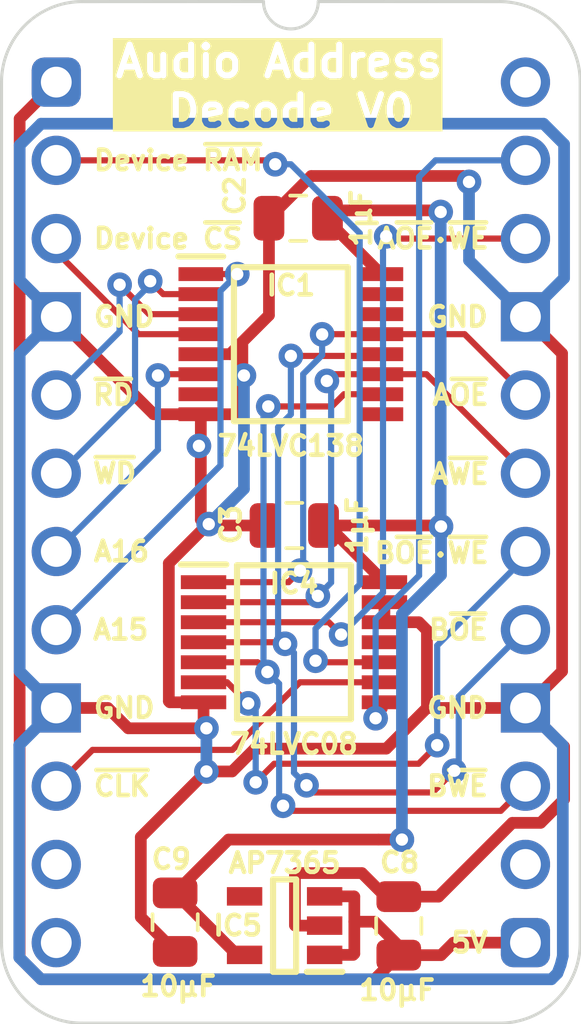
<source format=kicad_pcb>
(kicad_pcb (version 20240108) (generator "pcbnew") (generator_version "8.0")
  (layers (0 "F.Cu" signal) (31 "B.Cu" signal) (36 "B.SilkS" user "B.Silkscreen") (37 "F.SilkS" user "F.Silkscreen") (38 "B.Mask" user) (39 "F.Mask" user) (44 "Edge.Cuts" user))
  (net 0 "")
  (net 1 "/5V")
  (net 2 "/GND")
  (net 3 "/3.3V")
  (net 5 "/~{CLK}")
  (net 6 "/Device ~{CS}")
  (net 7 "/A16")
  (net 8 "/~{WD}")
  (net 9 "/~{RD}")
  (net 10 "/A15")
  (net 13 "/CPU B ~{WE}")
  (net 14 "/CPU A ~{WE}")
  (net 15 "/CPU B ~{OE}")
  (net 16 "/CPU A ~{OE}")
  (net 19 "/CPU A ~{OE}·~{WE}")
  (net 20 "/CPU B ~{OE}·~{WE}")
  (net 21 "/Sound Address")
  (net 22 "/~{Device RAM}")
  (footprint "SamacSys_Parts:SOP65P640X110-14N" (layer "F.Cu") (at 7.7216 18.1864)
    (property "Reference" "IC4" (at 0 -1.905 0) (layer "F.SilkS") (effects (font (size 0.635 0.635))))
    (property "Value" "74LVC08APW,112" (hide yes))
    (fp_line (start -3.675 -2.525) (end -2.2 -2.525) (stroke (width 0.2)) (layer "F.SilkS"))
    (fp_line (start -1.85 -2.5) (end 1.85 -2.5) (stroke (width 0.2)) (layer "F.SilkS"))
    (fp_line (start -1.85 2.5) (end -1.85 -2.5) (stroke (width 0.2)) (layer "F.SilkS"))
    (fp_line (start 1.85 -2.5) (end 1.85 2.5) (stroke (width 0.2)) (layer "F.SilkS"))
    (fp_line (start 1.85 2.5) (end -1.85 2.5) (stroke (width 0.2)) (layer "F.SilkS"))
    (fp_text user "${Silkscreen}" (at 0 3.302 0) (layer "F.SilkS") (effects (font (size 0.635 0.635))))
    (pad "1" smd rect (at -2.938 -1.95 90) (size 0.45 1.475) (layers "F.Cu" "F.Paste" "F.Mask") (net 16 "/CPU A ~{OE}"))
    (pad "2" smd rect (at -2.938 -1.3 90) (size 0.45 1.475) (layers "F.Cu" "F.Paste" "F.Mask") (net 14 "/CPU A ~{WE}"))
    (pad "3" smd rect (at -2.938 -0.65 90) (size 0.45 1.475) (layers "F.Cu" "F.Paste" "F.Mask") (net 19 "/CPU A ~{OE}·~{WE}"))
    (pad "4" smd rect (at -2.938 0 90) (size 0.45 1.475) (layers "F.Cu" "F.Paste" "F.Mask") (net 15 "/CPU B ~{OE}"))
    (pad "5" smd rect (at -2.938 0.65 90) (size 0.45 1.475) (layers "F.Cu" "F.Paste" "F.Mask") (net 13 "/CPU B ~{WE}"))
    (pad "6" smd rect (at -2.938 1.3 90) (size 0.45 1.475) (layers "F.Cu" "F.Paste" "F.Mask") (net 20 "/CPU B ~{OE}·~{WE}"))
    (pad "7" smd rect (at -2.938 1.95 90) (size 0.45 1.475) (layers "F.Cu" "F.Paste" "F.Mask") (net 2 "/GND"))
    (pad "8" smd rect (at 2.938 1.95 90) (size 0.45 1.475) (layers "F.Cu" "F.Paste" "F.Mask") (net 21 "/Sound Address"))
    (pad "9" smd rect (at 2.938 1.3 90) (size 0.45 1.475) (layers "F.Cu" "F.Paste" "F.Mask") (net 5 "/~{CLK}"))
    (pad "10" smd rect (at 2.938 0.65 90) (size 0.45 1.475) (layers "F.Cu" "F.Paste" "F.Mask") (net 22 "/~{Device RAM}"))
    (pad "11" smd rect (at 2.938 0 90) (size 0.45 1.475) (layers "F.Cu" "F.Paste" "F.Mask"))
    (pad "12" smd rect (at 2.938 -0.65 90) (size 0.45 1.475) (layers "F.Cu" "F.Paste" "F.Mask") (net 2 "/GND"))
    (pad "13" smd rect (at 2.938 -1.3 90) (size 0.45 1.475) (layers "F.Cu" "F.Paste" "F.Mask") (net 2 "/GND"))
    (pad "14" smd rect (at 2.938 -1.95 90) (size 0.45 1.475) (layers "F.Cu" "F.Paste" "F.Mask") (net 3 "/3.3V"))
  )
  (footprint "SamacSys_Parts:C_0805" (layer "F.Cu") (at 11.1252 27.4124)
    (property "Reference" "C8" (at 0.027 -2.075 180) (layer "F.SilkS") (effects (font (size 0.635 0.635))))
    (property "Value" "10µF" (at -0.0554 2.0726 0) (layer "F.SilkS") (effects (font (size 0.635 0.635))))
    (fp_line (start -0.735 0.245252) (end -0.735 -0.277252) (stroke (width 0.12)) (layer "F.SilkS"))
    (fp_line (start 0.735 0.245252) (end 0.735 -0.277252) (stroke (width 0.12)) (layer "F.SilkS"))
    (pad "1" smd roundrect (at 0 0.934 90) (size 1 1.45) (layers "F.Cu" "F.Paste" "F.Mask") (net 1 "/5V"))
    (pad "2" smd roundrect (at 0 -0.966 90) (size 1 1.45) (layers "F.Cu" "F.Paste" "F.Mask") (net 2 "/GND"))
  )
  (footprint "SamacSys_Parts:C_0805" (layer "F.Cu") (at 7.747 14.396 90)
    (property "Reference" "C3" (at 0.027 -2.075 90) (layer "F.SilkS") (effects (font (size 0.635 0.635))))
    (property "Value" "1μF" (at 0 2.032 90) (layer "F.SilkS") (effects (font (size 0.635 0.635))))
    (fp_line (start 0.735 0.245252) (end 0.735 -0.277252) (stroke (width 0.12)) (layer "F.SilkS"))
    (fp_line (start -0.735 0.245252) (end -0.735 -0.277252) (stroke (width 0.12)) (layer "F.SilkS"))
    (pad "1" smd roundrect (at 0 0.934 180) (size 1 1.45) (layers "F.Cu" "F.Paste" "F.Mask") (net 3 "/3.3V"))
    (pad "2" smd roundrect (at 0 -0.966 180) (size 1 1.45) (layers "F.Cu" "F.Paste" "F.Mask") (net 2 "/GND"))
  )
  (footprint "SamacSys_Parts:C_0805" (layer "F.Cu") (at 7.874 4.4196 90)
    (property "Reference" "C2" (at 0.7366 -2.075 90) (layer "F.SilkS") (effects (font (size 0.635 0.635))))
    (property "Value" "1μF" (at 0 2.032 90) (layer "F.SilkS") (effects (font (size 0.635 0.635))))
    (fp_line (start 0.735 0.245252) (end 0.735 -0.277252) (stroke (width 0.12)) (layer "F.SilkS"))
    (fp_line (start -0.735 0.245252) (end -0.735 -0.277252) (stroke (width 0.12)) (layer "F.SilkS"))
    (pad "1" smd roundrect (at 0 0.934 180) (size 1 1.45) (layers "F.Cu" "F.Paste" "F.Mask") (net 3 "/3.3V"))
    (pad "2" smd roundrect (at 0 -0.966 180) (size 1 1.45) (layers "F.Cu" "F.Paste" "F.Mask") (net 2 "/GND"))
  )
  (footprint "SamacSys_Parts:SOP65P640X110-16N" (layer "F.Cu") (at 7.62 8.509)
    (property "Reference" "IC1" (at 0 -1.905 0) (layer "F.SilkS") (effects (font (size 0.635 0.635))))
    (property "Value" "74LVC138APW-Q100J" (hide yes))
    (fp_line (start -3.65 -2.85) (end -2.2 -2.85) (stroke (width 0.2)) (layer "F.SilkS"))
    (fp_line (start -1.85 -2.5) (end 1.85 -2.5) (stroke (width 0.2)) (layer "F.SilkS"))
    (fp_line (start -1.85 2.5) (end -1.85 -2.5) (stroke (width 0.2)) (layer "F.SilkS"))
    (fp_line (start 1.85 -2.5) (end 1.85 2.5) (stroke (width 0.2)) (layer "F.SilkS"))
    (fp_line (start 1.85 2.5) (end -1.85 2.5) (stroke (width 0.2)) (layer "F.SilkS"))
    (fp_text user "${Silkscreen}" (at 0 3.302 0) (layer "F.SilkS") (effects (font (size 0.635 0.635))))
    (pad "1" smd rect (at -2.925 -2.275 90) (size 0.45 1.45) (layers "F.Cu" "F.Paste" "F.Mask") (net 10 "/A15"))
    (pad "2" smd rect (at -2.925 -1.625 90) (size 0.45 1.45) (layers "F.Cu" "F.Paste" "F.Mask") (net 8 "/~{WD}"))
    (pad "3" smd rect (at -2.925 -0.975 90) (size 0.45 1.45) (layers "F.Cu" "F.Paste" "F.Mask") (net 9 "/~{RD}"))
    (pad "4" smd rect (at -2.925 -0.325 90) (size 0.45 1.45) (layers "F.Cu" "F.Paste" "F.Mask") (net 6 "/Device ~{CS}"))
    (pad "5" smd rect (at -2.925 0.325 90) (size 0.45 1.45) (layers "F.Cu" "F.Paste" "F.Mask") (net 2 "/GND"))
    (pad "6" smd rect (at -2.925 0.975 90) (size 0.45 1.45) (layers "F.Cu" "F.Paste" "F.Mask") (net 7 "/A16"))
    (pad "7" smd rect (at -2.925 1.625 90) (size 0.45 1.45) (layers "F.Cu" "F.Paste" "F.Mask"))
    (pad "8" smd rect (at -2.925 2.275 90) (size 0.45 1.45) (layers "F.Cu" "F.Paste" "F.Mask") (net 2 "/GND"))
    (pad "9" smd rect (at 2.925 2.275 90) (size 0.45 1.45) (layers "F.Cu" "F.Paste" "F.Mask"))
    (pad "10" smd rect (at 2.925 1.625 90) (size 0.45 1.45) (layers "F.Cu" "F.Paste" "F.Mask") (net 13 "/CPU B ~{WE}"))
    (pad "11" smd rect (at 2.925 0.975 90) (size 0.45 1.45) (layers "F.Cu" "F.Paste" "F.Mask") (net 14 "/CPU A ~{WE}"))
    (pad "12" smd rect (at 2.925 0.325 90) (size 0.45 1.45) (layers "F.Cu" "F.Paste" "F.Mask") (net 15 "/CPU B ~{OE}"))
    (pad "13" smd rect (at 2.925 -0.325 90) (size 0.45 1.45) (layers "F.Cu" "F.Paste" "F.Mask") (net 16 "/CPU A ~{OE}"))
    (pad "14" smd rect (at 2.925 -0.975 90) (size 0.45 1.45) (layers "F.Cu" "F.Paste" "F.Mask"))
    (pad "15" smd rect (at 2.925 -1.625 90) (size 0.45 1.45) (layers "F.Cu" "F.Paste" "F.Mask"))
    (pad "16" smd rect (at 2.925 -2.275 90) (size 0.45 1.45) (layers "F.Cu" "F.Paste" "F.Mask") (net 3 "/3.3V"))
  )
  (footprint "SamacSys_Parts:C_0805" (layer "F.Cu") (at 3.8608 27.26 180)
    (property "Reference" "C9" (at 0.127 2.032 0) (layer "F.SilkS") (effects (font (size 0.635 0.635))))
    (property "Value" "10µF" (at -0.097 -2.098 0) (layer "F.SilkS") (effects (font (size 0.635 0.635))))
    (fp_line (start 0.735 0.245252) (end 0.735 -0.277252) (stroke (width 0.12)) (layer "F.SilkS"))
    (fp_line (start -0.735 0.245252) (end -0.735 -0.277252) (stroke (width 0.12)) (layer "F.SilkS"))
    (pad "1" smd roundrect (at 0 0.934 270) (size 1 1.45) (layers "F.Cu" "F.Paste" "F.Mask") (net 3 "/3.3V"))
    (pad "2" smd roundrect (at 0 -0.966 270) (size 1 1.45) (layers "F.Cu" "F.Paste" "F.Mask") (net 2 "/GND"))
  )
  (footprint "SamacSys_Parts:SOT95P285X130-5N" (layer "F.Cu") (at 7.4168 27.387 180)
    (property "Reference" "IC5" (at 1.524 0 180) (layer "F.SilkS") (effects (font (size 0.635 0.635))))
    (property "Value" "AP7365-33WG-7" (hide yes))
    (fp_line (start 0.375 1.5) (end -0.375 1.5) (stroke (width 0.2)) (layer "F.SilkS"))
    (fp_line (start 0.375 -1.5) (end 0.375 1.5) (stroke (width 0.2)) (layer "F.SilkS"))
    (fp_line (start -0.375 1.5) (end -0.375 -1.5) (stroke (width 0.2)) (layer "F.SilkS"))
    (fp_line (start -0.375 -1.5) (end 0.375 -1.5) (stroke (width 0.2)) (layer "F.SilkS"))
    (fp_line (start -1.875 -1.5) (end -0.725 -1.5) (stroke (width 0.2)) (layer "F.SilkS"))
    (fp_text user "${Silkscreen}" (at 0 2.032 180) (layer "F.SilkS") (effects (font (size 0.635 0.635))))
    (pad "1" smd rect (at -1.3 -0.95 270) (size 0.6 1.15) (layers "F.Cu" "F.Paste" "F.Mask") (net 1 "/5V"))
    (pad "2" smd rect (at -1.3 0 270) (size 0.6 1.15) (layers "F.Cu" "F.Paste" "F.Mask") (net 2 "/GND"))
    (pad "3" smd rect (at -1.3 0.95 270) (size 0.6 1.15) (layers "F.Cu" "F.Paste" "F.Mask") (net 1 "/5V"))
    (pad "4" smd rect (at 1.3 0.95 270) (size 0.6 1.15) (layers "F.Cu" "F.Paste" "F.Mask"))
    (pad "5" smd rect (at 1.3 -0.95 270) (size 0.6 1.15) (layers "F.Cu" "F.Paste" "F.Mask") (net 3 "/3.3V"))
  )
  (footprint "SamacSys_Parts:DIP-24_Board_W15.24mm" (layer "F.Cu") (at 0 0)
    (property "Reference" "J1" (hide yes))
    (property "Value" "Conn_02x12_Counter_Clockwise" (hide yes))
    (fp_line (start -1.778 27.94) (end -1.778 0) (stroke (width 0.1)) (layer "Edge.Cuts"))
    (fp_line (start 6.731 -2.6162) (end 0.835732 -2.613732) (stroke (width 0.1)) (layer "Edge.Cuts"))
    (fp_line (start 14.404267 -2.613733) (end 8.509 -2.6162) (stroke (width 0.1)) (layer "Edge.Cuts"))
    (fp_line (start 14.404268 30.553732) (end 0.835733 30.553733) (stroke (width 0.1)) (layer "Edge.Cuts"))
    (fp_line (start 17.018 27.94) (end 17.017999 -0.000001) (stroke (width 0.1)) (layer "Edge.Cuts"))
    (fp_arc (start -1.778 0) (mid -1.012456 -1.848188) (end 0.835732 -2.613732) (stroke (width 0.1)) (layer "Edge.Cuts"))
    (fp_arc (start 0.835733 30.553733) (mid -1.012457 29.78819) (end -1.778 27.94) (stroke (width 0.1)) (layer "Edge.Cuts"))
    (fp_arc (start 8.509 -2.6162) (mid 7.62 -1.7272) (end 6.731 -2.6162) (stroke (width 0.1)) (layer "Edge.Cuts"))
    (fp_arc (start 14.404267 -2.613733) (mid 16.252453 -1.848189) (end 17.017999 -0.000001) (stroke (width 0.1)) (layer "Edge.Cuts"))
    (fp_arc (start 17.018 27.94) (mid 16.252456 29.788187) (end 14.404268 30.553732) (stroke (width 0.1)) (layer "Edge.Cuts"))
    (pad "1" thru_hole roundrect (at 0 0) (size 1.6 1.6) (drill 1) (layers "*.Cu" "*.Mask") (net 1 "/5V"))
    (pad "2" thru_hole oval (at 0 2.54) (size 1.6 1.6) (drill 1) (layers "*.Cu" "*.Mask") (net 22 "/~{Device RAM}"))
    (pad "3" thru_hole oval (at 0 5.08) (size 1.6 1.6) (drill 1) (layers "*.Cu" "*.Mask") (net 6 "/Device ~{CS}"))
    (pad "4" thru_hole rect (at 0 7.62) (size 1.6 1.6) (drill 1) (layers "*.Cu" "*.Mask") (net 2 "/GND"))
    (pad "5" thru_hole oval (at 0 10.16) (size 1.6 1.6) (drill 1) (layers "*.Cu" "*.Mask") (net 9 "/~{RD}"))
    (pad "6" thru_hole oval (at 0 12.7) (size 1.6 1.6) (drill 1) (layers "*.Cu" "*.Mask") (net 8 "/~{WD}"))
    (pad "7" thru_hole oval (at 0 15.24) (size 1.6 1.6) (drill 1) (layers "*.Cu" "*.Mask") (net 7 "/A16"))
    (pad "8" thru_hole oval (at 0 17.78) (size 1.6 1.6) (drill 1) (layers "*.Cu" "*.Mask") (net 10 "/A15"))
    (pad "9" thru_hole rect (at 0 20.32) (size 1.6 1.6) (drill 1) (layers "*.Cu" "*.Mask") (net 2 "/GND"))
    (pad "10" thru_hole oval (at 0 22.86) (size 1.6 1.6) (drill 1) (layers "*.Cu" "*.Mask") (net 5 "/~{CLK}"))
    (pad "11" thru_hole oval (at 0 25.4) (size 1.6 1.6) (drill 1) (layers "*.Cu" "*.Mask"))
    (pad "12" thru_hole oval (at 0 27.94) (size 1.6 1.6) (drill 1) (layers "*.Cu" "*.Mask"))
    (pad "13" thru_hole roundrect (at 15.24 27.94) (size 1.6 1.6) (drill 1) (layers "*.Cu" "*.Mask") (net 1 "/5V"))
    (pad "14" thru_hole oval (at 15.24 25.4) (size 1.6 1.6) (drill 1) (layers "*.Cu" "*.Mask"))
    (pad "15" thru_hole oval (at 15.24 22.86) (size 1.6 1.6) (drill 1) (layers "*.Cu" "*.Mask") (net 13 "/CPU B ~{WE}"))
    (pad "16" thru_hole rect (at 15.24 20.32) (size 1.6 1.6) (drill 1) (layers "*.Cu" "*.Mask") (net 2 "/GND"))
    (pad "17" thru_hole oval (at 15.24 17.78 180) (size 1.6 1.6) (drill 1) (layers "*.Cu" "*.Mask") (net 15 "/CPU B ~{OE}"))
    (pad "18" thru_hole oval (at 15.24 15.24 180) (size 1.6 1.6) (drill 1) (layers "*.Cu" "*.Mask") (net 20 "/CPU B ~{OE}·~{WE}"))
    (pad "19" thru_hole oval (at 15.24 12.7 180) (size 1.6 1.6) (drill 1) (layers "*.Cu" "*.Mask") (net 14 "/CPU A ~{WE}"))
    (pad "20" thru_hole oval (at 15.24 10.16 180) (size 1.6 1.6) (drill 1) (layers "*.Cu" "*.Mask") (net 16 "/CPU A ~{OE}"))
    (pad "21" thru_hole rect (at 15.24 7.62) (size 1.6 1.6) (drill 1) (layers "*.Cu" "*.Mask") (net 2 "/GND"))
    (pad "22" thru_hole oval (at 15.24 5.08) (size 1.6 1.6) (drill 1) (layers "*.Cu" "*.Mask") (net 19 "/CPU A ~{OE}·~{WE}"))
    (pad "23" thru_hole oval (at 15.24 2.54) (size 1.6 1.6) (drill 1) (layers "*.Cu" "*.Mask") (net 21 "/Sound Address"))
    (pad "24" thru_hole oval (at 15.24 0) (size 1.6 1.6) (drill 1) (layers "*.Cu" "*.Mask"))
  )
  (footprint "SamacSys_Parts:PinHeader_1x12_P2.54mm_Vertical" (layer "B.Cu") (at 0 0 180)
    (property "Reference" "J2" (hide yes))
    (property "Value" "Pin_Header_01x12")
  )
  (footprint "SamacSys_Parts:PinHeader_1x12_P2.54mm_Vertical" (layer "B.Cu") (at 15.24 0 180)
    (property "Reference" "J3" (hide yes))
    (property "Value" "Pin_Header_01x12")
  )
  (gr_text "B~{WE}" (at 14.097 22.86 0) (layer "F.SilkS") (effects (font (size 0.635 0.635)) (justify right)))
  (gr_text "5V" (at 14.097 27.94 0) (layer "F.SilkS") (effects (font (size 0.635 0.635)) (justify right)))
  (gr_text "GND" (at 14.097 7.62 0) (layer "F.SilkS") (effects (font (size 0.635 0.635)) (justify right)))
  (gr_text "A~{OE}·~{WE}" (at 14.1224 5.08 0) (layer "F.SilkS") (effects (font (size 0.635 0.635)) (justify right)))
  (gr_text "GND" (at 1.143 20.32 0) (layer "F.SilkS") (effects (font (size 0.635 0.635)) (justify left)))
  (gr_text "Device ~{RAM}" (at 1.143 2.54 0) (layer "F.SilkS") (effects (font (size 0.635 0.635)) (justify left)))
  (gr_text "~{CLK}" (at 1.143 22.86 0) (layer "F.SilkS") (effects (font (size 0.635 0.635)) (justify left)))
  (gr_text "A15" (at 1.1176 17.78 0) (layer "F.SilkS") (effects (font (size 0.635 0.635)) (justify left)))
  (gr_text "~{WD}" (at 1.1176 12.7 0) (layer "F.SilkS") (effects (font (size 0.635 0.635)) (justify left)))
  (gr_text "A~{OE}" (at 14.1224 10.16 0) (layer "F.SilkS") (effects (font (size 0.635 0.635)) (justify right)))
  (gr_text "B~{OE}·~{WE}" (at 14.1224 15.2908 0) (layer "F.SilkS") (effects (font (size 0.635 0.635)) (justify right)))
  (gr_text "Device ~{CS}" (at 1.143 5.08 0) (layer "F.SilkS") (effects (font (size 0.635 0.635)) (justify left)))
  (gr_text "B~{OE}" (at 14.097 17.78 0) (layer "F.SilkS") (effects (font (size 0.635 0.635)) (justify right)))
  (gr_text "GND" (at 1.143 7.62 0) (layer "F.SilkS") (effects (font (size 0.635 0.635)) (justify left)))
  (gr_text "Audio Address \nDecode V0" (at 7.62 1.524 0) (layer "F.SilkS" knockout) (effects (font (size 1 1) (thickness 0.2) (bold yes)) (justify bottom)))
  (gr_text "A~{WE}" (at 14.1224 12.7254 0) (layer "F.SilkS") (effects (font (size 0.635 0.635)) (justify right)))
  (gr_text "GND" (at 14.097 20.32 0) (layer "F.SilkS") (effects (font (size 0.635 0.635)) (justify right)))
  (gr_text "~{RD}" (at 1.1176 10.16 0) (layer "F.SilkS") (effects (font (size 0.635 0.635)) (justify left)))
  (gr_text "A16" (at 1.143 15.24 0) (layer "F.SilkS") (effects (font (size 0.635 0.635)) (justify left)))
  (segment (start -1.19 1.19) (end 0 0) (width 0.38) (layer "F.Cu") (net 1))
  (segment (start 9.6818 27.26) (end 9.6818 28.297) (width 0.38) (layer "F.Cu") (net 1))
  (segment (start -0.492915 29.13) (end -1.19 28.432915) (width 0.38) (layer "F.Cu") (net 1))
  (segment (start 11.1252 28.3464) (end 10.3416 29.13) (width 0.38) (layer "F.Cu") (net 1))
  (segment (start 12.4968 28.3464) (end 12.9032 27.94) (width 0.38) (layer "F.Cu") (net 1))
  (segment (start 8.7168 28.337) (end 9.6418 28.337) (width 0.38) (layer "F.Cu") (net 1))
  (segment (start 9.6818 26.447) (end 9.6818 27.26) (width 0.38) (layer "F.Cu") (net 1))
  (segment (start 8.7168 26.437) (end 9.6718 26.437) (width 0.38) (layer "F.Cu") (net 1))
  (segment (start 11.1252 28.3464) (end 12.4968 28.3464) (width 0.38) (layer "F.Cu") (net 1))
  (segment (start 10.3378 27.26) (end 9.6818 27.26) (width 0.38) (layer "F.Cu") (net 1))
  (segment (start 9.6718 26.437) (end 9.6818 26.447) (width 0.38) (layer "F.Cu") (net 1))
  (segment (start 10.3416 29.13) (end -0.492915 29.13) (width 0.38) (layer "F.Cu") (net 1))
  (segment (start 12.9032 27.94) (end 15.24 27.94) (width 0.38) (layer "F.Cu") (net 1))
  (segment (start -1.19 28.432915) (end -1.19 1.19) (width 0.38) (layer "F.Cu") (net 1))
  (segment (start 9.6418 28.337) (end 9.6818 28.297) (width 0.38) (layer "F.Cu") (net 1))
  (segment (start 11.1252 28.0474) (end 10.3378 27.26) (width 0.38) (layer "F.Cu") (net 1))
  (segment (start 4.695 10.784) (end 4.695 11.75) (width 0.38) (layer "F.Cu") (net 2))
  (segment (start 7.7618 27.387) (end 7.7518 27.377) (width 0.38) (layer "F.Cu") (net 2))
  (segment (start 6.452423 21.6408) (end 5.711617 22.381606) (width 0.38) (layer "F.Cu") (net 2))
  (segment (start 13.214703 3.048) (end 13.406703 3.24) (width 0.38) (layer "F.Cu") (net 2))
  (segment (start 11.7771 17.5364) (end 12.0396 17.7989) (width 0.38) (layer "F.Cu") (net 2))
  (segment (start 10.6596 17.5364) (end 11.7771 17.5364) (width 0.38) (layer "F.Cu") (net 2))
  (segment (start 1.6764 20.32) (end 0 20.32) (width 0.38) (layer "F.Cu") (net 2))
  (segment (start 7.7518 27.377) (end 7.7518 25.747) (width 0.38) (layer "F.Cu") (net 2))
  (segment (start 4.998 14.396) (end 4.953 14.351) (width 0.38) (layer "F.Cu") (net 2))
  (segment (start 4.695 10.784) (end 5.853 10.784) (width 0.38) (layer "F.Cu") (net 2))
  (segment (start 8.2796 3.048) (end 13.214703 3.048) (width 0.38) (layer "F.Cu") (net 2))
  (segment (start 4.7836 20.1364) (end 4.7836 20.8872) (width 0.38) (layer "F.Cu") (net 2))
  (segment (start 16.43 8.81) (end 16.43 19.13) (width 0.38) (layer "F.Cu") (net 2))
  (segment (start 5.711617 22.381606) (end 4.8768 22.381606) (width 0.38) (layer "F.Cu") (net 2))
  (segment (start 2.7458 24.512604) (end 4.8768 22.381606) (width 0.38) (layer "F.Cu") (net 2))
  (segment (start 7.7518 25.747) (end 7.8178 25.681) (width 0.38) (layer "F.Cu") (net 2))
  (segment (start 16.495333 21.575333) (end 15.24 20.32) (width 0.38) (layer "F.Cu") (net 2))
  (segment (start 12.0396 17.7989) (end 12.0396 20.32) (width 0.38) (layer "F.Cu") (net 2))
  (segment (start 9.927571 25.681) (end 10.692971 26.4464) (width 0.38) (layer "F.Cu") (net 2))
  (segment (start 6.0452 10.5918) (end 6.0452 9.5758) (width 0.38) (layer "F.Cu") (net 2))
  (segment (start 6.781 14.396) (end 4.998 14.396) (width 0.38) (layer "F.Cu") (net 2))
  (segment (start 12.4156 26.4464) (end 14.812 24.05) (width 0.38) (layer "F.Cu") (net 2))
  (segment (start 15.24 7.62) (end 16.43 8.81) (width 0.38) (layer "F.Cu") (net 2))
  (segment (start 16.43 19.13) (end 15.24 20.32) (width 0.38) (layer "F.Cu") (net 2))
  (segment (start 4.695 14.2095) (end 4.695 11.872) (width 0.38) (layer "F.Cu") (net 2))
  (segment (start 4.908 14.396) (end 4.8815 14.396) (width 0.38) (layer "F.Cu") (net 2))
  (segment (start 6.908 4.4196) (end 8.2796 3.048) (width 0.38) (layer "F.Cu") (net 2))
  (segment (start 2.3368 20.9804) (end 1.6764 20.32) (width 0.38) (layer "F.Cu") (net 2))
  (segment (start 0 7.62) (end 3.164 10.784) (width 0.38) (layer "F.Cu") (net 2))
  (segment (start 10.6596 16.8864) (end 10.6596 17.5364) (width 0.38) (layer "F.Cu") (net 2))
  (segment (start 3.6561 20.1014) (end 3.6911 20.1364) (width 0.38) (layer "F.Cu") (net 2))
  (segment (start 4.7836 20.8872) (end 4.8768 20.9804) (width 0.38) (layer "F.Cu") (net 2))
  (segment (start 8.7168 27.387) (end 7.7618 27.387) (width 0.38) (layer "F.Cu") (net 2))
  (segment (start 6.096 9.525) (end 6.0452 9.4742) (width 0.38) (layer "F.Cu") (net 2))
  (segment (start 14.812 24.05) (end 15.732915 24.05) (width 0.38) (layer "F.Cu") (net 2))
  (segment (start 4.695 8.834) (end 5.644 8.834) (width 0.38) (layer "F.Cu") (net 2))
  (segment (start 15.24 20.32) (end 12.0396 20.32) (width 0.38) (layer "F.Cu") (net 2))
  (segment (start 16.495333 23.287582) (end 16.495333 21.575333) (width 0.38) (layer "F.Cu") (net 2))
  (segment (start 6.0452 9.4742) (end 6.0452 8.4328) (width 0.38) (layer "F.Cu") (net 2))
  (segment (start 3.164 10.784) (end 4.695 10.784) (width 0.38) (layer "F.Cu") (net 2))
  (segment (start 2.7458 27.111) (end 2.7458 24.512604) (width 0.38) (layer "F.Cu") (net 2))
  (segment (start 5.644 8.834) (end 6.0452 8.4328) (width 0.38) (layer "F.Cu") (net 2))
  (segment (start 5.853 10.784) (end 6.0452 10.5918) (width 0.38) (layer "F.Cu") (net 2))
  (segment (start 6.908 7.57) (end 6.908 4.4196) (width 0.38) (layer "F.Cu") (net 2))
  (segment (start 10.7188 21.6408) (end 6.452423 21.6408) (width 0.38) (layer "F.Cu") (net 2))
  (segment (start 3.6561 15.6214) (end 3.6561 20.1014) (width 0.38) (layer "F.Cu") (net 2))
  (segment (start 3.6911 20.1364) (end 4.7836 20.1364) (width 0.38) (layer "F.Cu") (net 2))
  (segment (start 6.0452 9.5758) (end 6.096 9.525) (width 0.38) (layer "F.Cu") (net 2))
  (segment (start 12.0396 20.32) (end 10.7188 21.6408) (width 0.38) (layer "F.Cu") (net 2))
  (segment (start 4.953 14.351) (end 4.908 14.396) (width 0.38) (layer "F.Cu") (net 2))
  (segment (start 4.695 11.872) (end 4.634 11.811) (width 0.38) (layer "F.Cu") (net 2))
  (segment (start 4.8815 14.396) (end 3.6561 15.6214) (width 0.38) (layer "F.Cu") (net 2))
  (segment (start 4.8768 20.9804) (end 2.3368 20.9804) (width 0.38) (layer "F.Cu") (net 2))
  (segment (start 15.732915 24.05) (end 16.495333 23.287582) (width 0.38) (layer "F.Cu") (net 2))
  (segment (start 6.0452 8.4328) (end 6.908 7.57) (width 0.38) (layer "F.Cu") (net 2))
  (segment (start 11.1252 26.4464) (end 12.4156 26.4464) (width 0.38) (layer "F.Cu") (net 2))
  (segment (start 4.8815 14.396) (end 4.695 14.2095) (width 0.38) (layer "F.Cu") (net 2))
  (segment (start 4.695 11.75) (end 4.634 11.811) (width 0.38) (layer "F.Cu") (net 2))
  (segment (start 7.8178 25.681) (end 9.927571 25.681) (width 0.38) (layer "F.Cu") (net 2))
  (segment (start 3.8608 28.226) (end 2.7458 27.111) (width 0.38) (layer "F.Cu") (net 2))
  (via (at 4.8768 20.9804) (size 0.8) (drill 0.4) (layers "F.Cu" "B.Cu") (net 2))
  (via (at 13.406703 3.24) (size 0.8) (drill 0.4) (layers "F.Cu" "B.Cu") (net 2))
  (via (at 4.8768 22.381606) (size 0.8) (drill 0.4) (layers "F.Cu" "B.Cu") (net 2))
  (via (at 4.953 14.351) (size 0.8) (drill 0.4) (layers "F.Cu" "B.Cu") (net 2))
  (via (at 6.096 9.525) (size 0.8) (drill 0.4) (layers "F.Cu" "B.Cu") (net 2))
  (via (at 4.634 11.811) (size 0.8) (drill 0.4) (layers "F.Cu" "B.Cu") (net 2))
  (segment (start 16.279467 28.932533) (end 16.082 29.13) (width 0.38) (layer "B.Cu") (net 2))
  (segment (start 16.495332 2.017332) (end 16.495332 6.364668) (width 0.38) (layer "B.Cu") (net 2))
  (segment (start 4.953 14.351) (end 6.096 13.208) (width 0.38) (layer "B.Cu") (net 2))
  (segment (start 16.452713 28.376352) (end 16.382754 28.660189) (width 0.38) (layer "B.Cu") (net 2))
  (segment (start -1.19 6.43) (end -1.19 2.047085) (width 0.38) (layer "B.Cu") (net 2))
  (segment (start 0 20.32) (end -1.19 19.13) (width 0.38) (layer "B.Cu") (net 2))
  (segment (start 15.24 20.32) (end 16.452713 21.532713) (width 0.38) (layer "B.Cu") (net 2))
  (segment (start -1.19 8.81) (end 0 7.62) (width 0.38) (layer "B.Cu") (net 2))
  (segment (start -1.201771 21.521771) (end 0 20.32) (width 0.38) (layer "B.Cu") (net 2))
  (segment (start 16.452713 21.532713) (end 16.452713 28.376352) (width 0.38) (layer "B.Cu") (net 2))
  (segment (start -0.492915 29.13) (end -1.201771 28.421144) (width 0.38) (layer "B.Cu") (net 2))
  (segment (start 15.828 1.35) (end 16.495332 2.017332) (width 0.38) (layer "B.Cu") (net 2))
  (segment (start 16.495332 6.364668) (end 15.24 7.62) (width 0.38) (layer "B.Cu") (net 2))
  (segment (start 16.382754 28.660189) (end 16.279467 28.932533) (width 0.38) (layer "B.Cu") (net 2))
  (segment (start -1.201771 28.421144) (end -1.201771 21.521771) (width 0.38) (layer "B.Cu") (net 2))
  (segment (start 6.096 13.208) (end 6.096 9.525) (width 0.38) (layer "B.Cu") (net 2))
  (segment (start 15.24 7.62) (end 13.406703 5.786703) (width 0.38) (layer "B.Cu") (net 2))
  (segment (start -0.492915 1.35) (end 15.828 1.35) (width 0.38) (layer "B.Cu") (net 2))
  (segment (start -1.19 19.13) (end -1.19 8.81) (width 0.38) (layer "B.Cu") (net 2))
  (segment (start 13.406703 5.786703) (end 13.406703 3.24) (width 0.38) (layer "B.Cu") (net 2))
  (segment (start 0 7.62) (end -1.19 6.43) (width 0.38) (layer "B.Cu") (net 2))
  (segment (start 4.8768 20.9804) (end 4.8768 22.381606) (width 0.38) (layer "B.Cu") (net 2))
  (segment (start 16.082 29.13) (end -0.492915 29.13) (width 0.38) (layer "B.Cu") (net 2))
  (segment (start -1.19 2.047085) (end -0.492915 1.35) (width 0.38) (layer "B.Cu") (net 2))
  (segment (start 12.4656 14.396) (end 12.4968 14.4272) (width 0.38) (layer "F.Cu") (net 3))
  (segment (start 9.062 4.1656) (end 12.4348 4.1656) (width 0.38) (layer "F.Cu") (net 3))
  (segment (start 10.545 6.227) (end 8.808 4.49) (width 0.38) (layer "F.Cu") (net 3))
  (segment (start 3.8608 26.326) (end 5.5938 24.593) (width 0.38) (layer "F.Cu") (net 3))
  (segment (start 10.6596 16.2364) (end 8.8192 14.396) (width 0.38) (layer "F.Cu") (net 3))
  (segment (start 5.8718 28.337) (end 3.8608 26.326) (width 0.38) (layer "F.Cu") (net 3))
  (segment (start 8.681 14.396) (end 12.4656 14.396) (width 0.38) (layer "F.Cu") (net 3))
  (segment (start 10.464798 24.592998) (end 11.2268 24.592998) (width 0.38) (layer "F.Cu") (net 3))
  (segment (start 12.4348 4.1656) (end 12.4856 4.2164) (width 0.38) (layer "F.Cu") (net 3))
  (segment (start 5.5938 24.593) (end 10.464796 24.593) (width 0.38) (layer "F.Cu") (net 3))
  (via (at 12.4968 14.4272) (size 0.8) (drill 0.4) (layers "F.Cu" "B.Cu") (net 3))
  (via (at 12.4856 4.2164) (size 0.8) (drill 0.4) (layers "F.Cu" "B.Cu") (net 3))
  (via (at 11.2268 24.592998) (size 0.8) (drill 0.4) (layers "F.Cu" "B.Cu") (net 3))
  (segment (start 12.4856 14.416) (end 12.4968 14.4272) (width 0.38) (layer "B.Cu") (net 3))
  (segment (start 11.2268 17.272) (end 12.4968 16.002) (width 0.38) (layer "B.Cu") (net 3))
  (segment (start 12.4968 16.002) (end 12.4968 14.4272) (width 0.38) (layer "B.Cu") (net 3))
  (segment (start 11.2268 24.592998) (end 11.2268 17.272) (width 0.38) (layer "B.Cu") (net 3))
  (segment (start 12.4856 4.2164) (end 12.4856 14.416) (width 0.38) (layer "B.Cu") (net 3))
  (segment (start 7.913858 19.4864) (end 5.718658 21.6816) (width 0.2) (layer "F.Cu") (net 5))
  (segment (start 10.6596 19.4864) (end 7.913858 19.4864) (width 0.2) (layer "F.Cu") (net 5))
  (segment (start 1.1784 21.6816) (end 0 22.86) (width 0.2) (layer "F.Cu") (net 5))
  (segment (start 5.718658 21.6816) (end 1.1784 21.6816) (width 0.2) (layer "F.Cu") (net 5))
  (segment (start 2.67285 8.184) (end 4.695 8.184) (width 0.2) (layer "F.Cu") (net 6))
  (segment (start 0 5.51115) (end 2.67285 8.184) (width 0.2) (layer "F.Cu") (net 6))
  (segment (start 4.695 9.484) (end 3.343 9.484) (width 0.2) (layer "F.Cu") (net 7))
  (segment (start 3.343 9.484) (end 3.302 9.525) (width 0.2) (layer "F.Cu") (net 7))
  (via (at 3.302 9.525) (size 0.8) (drill 0.4) (layers "F.Cu" "B.Cu") (net 7))
  (segment (start 3.302 11.938) (end 3.302 9.525) (width 0.2) (layer "B.Cu") (net 7))
  (segment (start 0 15.24) (end 3.302 11.938) (width 0.2) (layer "B.Cu") (net 7))
  (segment (start 4.695 6.884) (end 3.472415 6.884) (width 0.2) (layer "F.Cu") (net 8))
  (segment (start 3.472415 6.884) (end 3.050604 6.462189) (width 0.2) (layer "F.Cu") (net 8))
  (via (at 3.050604 6.462189) (size 0.8) (drill 0.4) (layers "F.Cu" "B.Cu") (net 8))
  (segment (start 2.559 10.268) (end 2.559 7.06695) (width 0.2) (layer "B.Cu") (net 8))
  (segment (start 0.127 12.7) (end 2.559 10.268) (width 0.2) (layer "B.Cu") (net 8))
  (segment (start 2.559 7.06695) (end 3.050604 6.575346) (width 0.2) (layer "B.Cu") (net 8))
  (segment (start 3.050604 6.575346) (end 3.050604 6.462189) (width 0.2) (layer "B.Cu") (net 8))
  (segment (start 4.695 7.534) (end 3.0128 7.534) (width 0.2) (layer "F.Cu") (net 9))
  (segment (start 3.0128 7.534) (end 2.0574 6.5786) (width 0.2) (layer "F.Cu") (net 9))
  (via (at 2.0574 6.5786) (size 0.8) (drill 0.4) (layers "F.Cu" "B.Cu") (net 9))
  (segment (start 0 10.16) (end 2.0574 8.1026) (width 0.2) (layer "B.Cu") (net 9))
  (segment (start 2.0574 8.1026) (end 2.0574 6.5786) (width 0.2) (layer "B.Cu") (net 9))
  (segment (start 4.695 6.234) (end 5.87841 6.234) (width 0.2) (layer "F.Cu") (net 10))
  (via (at 5.87841 6.234) (size 0.8) (drill 0.4) (layers "F.Cu" "B.Cu") (net 10))
  (segment (start 0 17.78) (end 5.334 12.446) (width 0.2) (layer "B.Cu") (net 10))
  (segment (start 5.334 6.77841) (end 5.87841 6.234) (width 0.2) (layer "B.Cu") (net 10))
  (segment (start 5.334 12.446) (end 5.334 6.77841) (width 0.2) (layer "B.Cu") (net 10))
  (segment (start 14.440001 23.659999) (end 7.530999 23.659999) (width 0.2) (layer "F.Cu") (net 13))
  (segment (start 9.34585 10.134) (end 8.949556 10.530294) (width 0.2) (layer "F.Cu") (net 13))
  (segment (start 15.24 22.86) (end 14.440001 23.659999) (width 0.2) (layer "F.Cu") (net 13))
  (segment (start 6.5428 18.8364) (end 6.858 19.1516) (width 0.2) (layer "F.Cu") (net 13))
  (segment (start 4.7836 18.8364) (end 6.5428 18.8364) (width 0.2) (layer "F.Cu") (net 13))
  (segment (start 8.949556 10.530294) (end 6.886 10.530294) (width 0.2) (layer "F.Cu") (net 13))
  (segment (start 10.545 10.134) (end 9.34585 10.134) (width 0.2) (layer "F.Cu") (net 13))
  (segment (start 7.530999 23.659999) (end 7.366 23.495) (width 0.2) (layer "F.Cu") (net 13))
  (via (at 6.858 19.1516) (size 0.8) (drill 0.4) (layers "F.Cu" "B.Cu") (net 13))
  (via (at 7.366 23.495) (size 0.8) (drill 0.4) (layers "F.Cu" "B.Cu") (net 13))
  (via (at 6.886 10.530294) (size 0.8) (drill 0.4) (layers "F.Cu" "B.Cu") (net 13))
  (segment (start 7.239 23.368) (end 7.366 23.495) (width 0.2) (layer "B.Cu") (net 13))
  (segment (start 6.858 19.1516) (end 7.239 19.5326) (width 0.2) (layer "B.Cu") (net 13))
  (segment (start 7.239 19.5326) (end 7.239 23.368) (width 0.2) (layer "B.Cu") (net 13))
  (segment (start 6.731 19.0246) (end 6.731 10.685294) (width 0.2) (layer "B.Cu") (net 13))
  (segment (start 6.858 19.1516) (end 6.731 19.0246) (width 0.2) (layer "B.Cu") (net 13))
  (segment (start 6.731 10.685294) (end 6.886 10.530294) (width 0.2) (layer "B.Cu") (net 13))
  (segment (start 10.545 9.484) (end 12.024 9.484) (width 0.2) (layer "F.Cu") (net 14))
  (segment (start 8.28974 16.8864) (end 8.495914 16.680226) (width 0.2) (layer "F.Cu") (net 14))
  (segment (start 4.7836 16.8864) (end 8.28974 16.8864) (width 0.2) (layer "F.Cu") (net 14))
  (segment (start 9.0059 9.484) (end 8.788316 9.701584) (width 0.2) (layer "F.Cu") (net 14))
  (segment (start 10.545 9.484) (end 9.0059 9.484) (width 0.2) (layer "F.Cu") (net 14))
  (segment (start 12.024 9.484) (end 15.24 12.7) (width 0.2) (layer "F.Cu") (net 14))
  (via (at 8.495914 16.680226) (size 0.8) (drill 0.4) (layers "F.Cu" "B.Cu") (net 14))
  (via (at 8.788316 9.701584) (size 0.8) (drill 0.4) (layers "F.Cu" "B.Cu") (net 14))
  (segment (start 8.495914 16.680226) (end 8.927939 16.248201) (width 0.2) (layer "B.Cu") (net 14))
  (segment (start 8.927939 16.248201) (end 8.927939 9.841207) (width 0.2) (layer "B.Cu") (net 14))
  (segment (start 8.927939 9.841207) (end 8.788316 9.701584) (width 0.2) (layer "B.Cu") (net 14))
  (segment (start 12.224706 23.0632) (end 8.360396 23.0632) (width 0.2) (layer "F.Cu") (net 15))
  (segment (start 10.489 8.89) (end 7.62 8.89) (width 0.2) (layer "F.Cu") (net 15))
  (segment (start 7.380998 18.1864) (end 7.431 18.236402) (width 0.2) (layer "F.Cu") (net 15))
  (segment (start 8.360396 23.0632) (end 8.128 22.830804) (width 0.2) (layer "F.Cu") (net 15))
  (segment (start 12.929291 22.358615) (end 12.224706 23.0632) (width 0.2) (layer "F.Cu") (net 15))
  (segment (start 4.7836 18.1864) (end 7.380998 18.1864) (width 0.2) (layer "F.Cu") (net 15))
  (via (at 7.62 8.89) (size 0.8) (drill 0.4) (layers "F.Cu" "B.Cu") (net 15))
  (via (at 12.929291 22.358615) (size 0.8) (drill 0.4) (layers "F.Cu" "B.Cu") (net 15))
  (via (at 8.128 22.830804) (size 0.8) (drill 0.4) (layers "F.Cu" "B.Cu") (net 15))
  (via (at 7.431 18.236402) (size 0.8) (drill 0.4) (layers "F.Cu" "B.Cu") (net 15))
  (segment (start 7.2056 18.011002) (end 7.431 18.236402) (width 0.2) (layer "B.Cu") (net 15))
  (segment (start 13.0724 19.9476) (end 13.0724 22.215506) (width 0.2) (layer "B.Cu") (net 15))
  (segment (start 7.721544 18.526946) (end 7.721544 22.424348) (width 0.2) (layer "B.Cu") (net 15))
  (segment (start 7.62 8.89) (end 7.62 10.786244) (width 0.2) (layer "B.Cu") (net 15))
  (segment (start 15.24 17.78) (end 13.0724 19.9476) (width 0.2) (layer "B.Cu") (net 15))
  (segment (start 7.721544 22.424348) (end 8.128 22.830804) (width 0.2) (layer "B.Cu") (net 15))
  (segment (start 13.0724 22.215506) (end 12.929291 22.358615) (width 0.2) (layer "B.Cu") (net 15))
  (segment (start 7.431 18.236402) (end 7.721544 18.526946) (width 0.2) (layer "B.Cu") (net 15))
  (segment (start 7.62 10.786244) (end 7.2056 11.200644) (width 0.2) (layer "B.Cu") (net 15))
  (segment (start 7.2056 11.200644) (end 7.2056 18.011002) (width 0.2) (layer "B.Cu") (net 15))
  (segment (start 13.264 8.184) (end 10.545 8.184) (width 0.2) (layer "F.Cu") (net 16))
  (segment (start 10.545 8.184) (end 8.641992 8.184) (width 0.2) (layer "F.Cu") (net 16))
  (segment (start 8.641992 8.184) (end 8.636 8.189992) (width 0.2) (layer "F.Cu") (net 16))
  (segment (start 7.546497 16.2364) (end 7.920625 15.862272) (width 0.2) (layer "F.Cu") (net 16))
  (segment (start 15.24 10.16) (end 13.264 8.184) (width 0.2) (layer "F.Cu") (net 16))
  (segment (start 4.7836 16.2364) (end 7.546497 16.2364) (width 0.2) (layer "F.Cu") (net 16))
  (via (at 8.636 8.189992) (size 0.8) (drill 0.4) (layers "F.Cu" "B.Cu") (net 16))
  (via (at 7.920625 15.862272) (size 0.8) (drill 0.4) (layers "F.Cu" "B.Cu") (net 16))
  (segment (start 7.920625 15.862272) (end 8.02 15.762897) (width 0.2) (layer "B.Cu") (net 16))
  (segment (start 8.636 8.86395) (end 8.636 8.189992) (width 0.2) (layer "B.Cu") (net 16))
  (segment (start 8.02 15.762897) (end 8.02 9.47995) (width 0.2) (layer "B.Cu") (net 16))
  (segment (start 8.02 9.47995) (end 8.636 8.86395) (width 0.2) (layer "B.Cu") (net 16))
  (segment (start 8.850909 17.5364) (end 9.251551 17.937042) (width 0.2) (layer "F.Cu") (net 19))
  (segment (start 4.7836 17.5364) (end 8.850909 17.5364) (width 0.2) (layer "F.Cu") (net 19))
  (segment (start 10.78964 5.08) (end 10.71604 5.0064) (width 0.2) (layer "F.Cu") (net 19))
  (segment (start 15.24 5.08) (end 10.78964 5.08) (width 0.2) (layer "F.Cu") (net 19))
  (via (at 9.251551 17.937042) (size 0.8) (drill 0.4) (layers "F.Cu" "B.Cu") (net 19))
  (via (at 10.71604 5.0064) (size 0.8) (drill 0.4) (layers "F.Cu" "B.Cu") (net 19))
  (segment (start 10.613386 16.575207) (end 10.613386 5.109054) (width 0.2) (layer "B.Cu") (net 19))
  (segment (start 10.613386 5.109054) (end 10.71604 5.0064) (width 0.2) (layer "B.Cu") (net 19))
  (segment (start 9.251551 17.937042) (end 10.613386 16.575207) (width 0.2) (layer "B.Cu") (net 19))
  (segment (start 5.549468 19.4864) (end 6.234471 20.171403) (width 0.2) (layer "F.Cu") (net 20))
  (segment (start 4.7836 19.4864) (end 5.549468 19.4864) (width 0.2) (layer "F.Cu") (net 20))
  (segment (start 11.769626 22.1308) (end 7.079652 22.1308) (width 0.2) (layer "F.Cu") (net 20))
  (segment (start 12.3724 21.528026) (end 11.769626 22.1308) (width 0.2) (layer "F.Cu") (net 20))
  (segment (start 7.079652 22.1308) (end 6.477226 22.733226) (width 0.2) (layer "F.Cu") (net 20))
  (via (at 6.234471 20.171403) (size 0.8) (drill 0.4) (layers "F.Cu" "B.Cu") (net 20))
  (via (at 12.3724 21.528026) (size 0.8) (drill 0.4) (layers "F.Cu" "B.Cu") (net 20))
  (via (at 6.477226 22.733226) (size 0.8) (drill 0.4) (layers "F.Cu" "B.Cu") (net 20))
  (segment (start 6.477226 20.414158) (end 6.477226 22.733226) (width 0.2) (layer "B.Cu") (net 20))
  (segment (start 6.234471 20.171403) (end 6.477226 20.414158) (width 0.2) (layer "B.Cu") (net 20))
  (segment (start 15.24 15.424964) (end 12.3724 18.292564) (width 0.2) (layer "B.Cu") (net 20))
  (segment (start 12.3724 18.292564) (end 12.3724 21.528026) (width 0.2) (layer "B.Cu") (net 20))
  (segment (start 10.6596 20.367043) (end 10.372493 20.65415) (width 0.2) (layer "F.Cu") (net 21))
  (segment (start 10.6596 20.1364) (end 10.6596 20.367043) (width 0.2) (layer "F.Cu") (net 21))
  (via (at 10.372493 20.65415) (size 0.8) (drill 0.4) (layers "F.Cu" "B.Cu") (net 21))
  (segment (start 12.319 2.54) (end 15.24 2.54) (width 0.2) (layer "B.Cu") (net 21))
  (segment (start 10.372493 20.65415) (end 10.372493 17.433342) (width 0.2) (layer "B.Cu") (net 21))
  (segment (start 11.7856 3.0734) (end 12.319 2.54) (width 0.2) (layer "B.Cu") (net 21))
  (segment (start 11.7856 16.020235) (end 11.7856 3.0734) (width 0.2) (layer "B.Cu") (net 21))
  (segment (start 10.372493 17.433342) (end 11.7856 16.020235) (width 0.2) (layer "B.Cu") (net 21))
  (segment (start 8.471544 18.8364) (end 8.421544 18.7864) (width 0.2) (layer "F.Cu") (net 22))
  (segment (start 0 2.54) (end 6.98501 2.54) (width 0.2) (layer "F.Cu") (net 22))
  (segment (start 6.98501 2.54) (end 7.11201 2.667) (width 0.2) (layer "F.Cu") (net 22))
  (segment (start 10.6596 18.8364) (end 8.471544 18.8364) (width 0.2) (layer "F.Cu") (net 22))
  (via (at 7.11201 2.667) (size 0.8) (drill 0.4) (layers "F.Cu" "B.Cu") (net 22))
  (via (at 8.421544 18.7864) (size 0.8) (drill 0.4) (layers "F.Cu" "B.Cu") (net 22))
  (segment (start 9.8552 16.31089) (end 9.8552 4.9022) (width 0.2) (layer "B.Cu") (net 22))
  (segment (start 7.62 2.667) (end 7.11201 2.667) (width 0.2) (layer "B.Cu") (net 22))
  (segment (start 9.8552 4.9022) (end 7.62 2.667) (width 0.2) (layer "B.Cu") (net 22))
  (segment (start 8.421544 18.7864) (end 8.421544 17.744546) (width 0.2) (layer "B.Cu") (net 22))
  (segment (start 8.421544 17.744546) (end 9.8552 16.31089) (width 0.2) (layer "B.Cu") (net 22))
)
</source>
